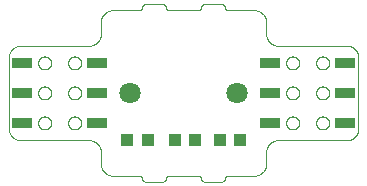
<source format=gbp>
G75*
%MOIN*%
%OFA0B0*%
%FSLAX25Y25*%
%IPPOS*%
%LPD*%
%AMOC8*
5,1,8,0,0,1.08239X$1,22.5*
%
%ADD10C,0.00000*%
%ADD11R,0.04331X0.03937*%
%ADD12R,0.07087X0.03543*%
%ADD13C,0.07087*%
D10*
X0045791Y0032012D02*
X0045915Y0032010D01*
X0046038Y0032004D01*
X0046162Y0031995D01*
X0046284Y0031981D01*
X0046407Y0031964D01*
X0046529Y0031942D01*
X0046650Y0031917D01*
X0046770Y0031888D01*
X0046889Y0031856D01*
X0047008Y0031819D01*
X0047125Y0031779D01*
X0047240Y0031736D01*
X0047355Y0031688D01*
X0047467Y0031637D01*
X0047578Y0031583D01*
X0047688Y0031525D01*
X0047795Y0031464D01*
X0047901Y0031399D01*
X0048004Y0031331D01*
X0048105Y0031260D01*
X0048204Y0031186D01*
X0048301Y0031109D01*
X0048395Y0031028D01*
X0048486Y0030945D01*
X0048575Y0030859D01*
X0048661Y0030770D01*
X0048744Y0030679D01*
X0048825Y0030585D01*
X0048902Y0030488D01*
X0048976Y0030389D01*
X0049047Y0030288D01*
X0049115Y0030185D01*
X0049180Y0030079D01*
X0049241Y0029972D01*
X0049299Y0029862D01*
X0049353Y0029751D01*
X0049404Y0029639D01*
X0049452Y0029524D01*
X0049495Y0029409D01*
X0049535Y0029292D01*
X0049572Y0029173D01*
X0049604Y0029054D01*
X0049633Y0028934D01*
X0049658Y0028813D01*
X0049680Y0028691D01*
X0049697Y0028568D01*
X0049711Y0028446D01*
X0049720Y0028322D01*
X0049726Y0028199D01*
X0049728Y0028075D01*
X0049728Y0024138D01*
X0049730Y0024014D01*
X0049736Y0023891D01*
X0049745Y0023767D01*
X0049759Y0023645D01*
X0049776Y0023522D01*
X0049798Y0023400D01*
X0049823Y0023279D01*
X0049852Y0023159D01*
X0049884Y0023040D01*
X0049921Y0022921D01*
X0049961Y0022804D01*
X0050004Y0022689D01*
X0050052Y0022574D01*
X0050103Y0022462D01*
X0050157Y0022351D01*
X0050215Y0022241D01*
X0050276Y0022134D01*
X0050341Y0022028D01*
X0050409Y0021925D01*
X0050480Y0021824D01*
X0050554Y0021725D01*
X0050631Y0021628D01*
X0050712Y0021534D01*
X0050795Y0021443D01*
X0050881Y0021354D01*
X0050970Y0021268D01*
X0051061Y0021185D01*
X0051155Y0021104D01*
X0051252Y0021027D01*
X0051351Y0020953D01*
X0051452Y0020882D01*
X0051555Y0020814D01*
X0051661Y0020749D01*
X0051768Y0020688D01*
X0051878Y0020630D01*
X0051989Y0020576D01*
X0052101Y0020525D01*
X0052216Y0020477D01*
X0052331Y0020434D01*
X0052448Y0020394D01*
X0052567Y0020357D01*
X0052686Y0020325D01*
X0052806Y0020296D01*
X0052927Y0020271D01*
X0053049Y0020249D01*
X0053172Y0020232D01*
X0053294Y0020218D01*
X0053418Y0020209D01*
X0053541Y0020203D01*
X0053665Y0020201D01*
X0062524Y0020201D01*
X0062586Y0020199D01*
X0062647Y0020193D01*
X0062708Y0020184D01*
X0062769Y0020170D01*
X0062828Y0020153D01*
X0062886Y0020132D01*
X0062943Y0020107D01*
X0062998Y0020079D01*
X0063051Y0020048D01*
X0063102Y0020013D01*
X0063151Y0019975D01*
X0063198Y0019934D01*
X0063241Y0019891D01*
X0063282Y0019844D01*
X0063320Y0019795D01*
X0063355Y0019744D01*
X0063386Y0019691D01*
X0063414Y0019636D01*
X0063439Y0019579D01*
X0063460Y0019521D01*
X0063477Y0019462D01*
X0063491Y0019401D01*
X0063500Y0019340D01*
X0063506Y0019279D01*
X0063508Y0019217D01*
X0063510Y0019155D01*
X0063516Y0019094D01*
X0063525Y0019033D01*
X0063539Y0018972D01*
X0063556Y0018913D01*
X0063577Y0018855D01*
X0063602Y0018798D01*
X0063630Y0018743D01*
X0063661Y0018690D01*
X0063696Y0018639D01*
X0063734Y0018590D01*
X0063775Y0018543D01*
X0063818Y0018500D01*
X0063865Y0018459D01*
X0063914Y0018421D01*
X0063965Y0018386D01*
X0064018Y0018355D01*
X0064073Y0018327D01*
X0064130Y0018302D01*
X0064188Y0018281D01*
X0064247Y0018264D01*
X0064308Y0018250D01*
X0064369Y0018241D01*
X0064430Y0018235D01*
X0064492Y0018233D01*
X0064492Y0018232D02*
X0070398Y0018232D01*
X0070398Y0018233D02*
X0070460Y0018235D01*
X0070521Y0018241D01*
X0070582Y0018250D01*
X0070643Y0018264D01*
X0070702Y0018281D01*
X0070760Y0018302D01*
X0070817Y0018327D01*
X0070872Y0018355D01*
X0070925Y0018386D01*
X0070976Y0018421D01*
X0071025Y0018459D01*
X0071072Y0018500D01*
X0071115Y0018543D01*
X0071156Y0018590D01*
X0071194Y0018639D01*
X0071229Y0018690D01*
X0071260Y0018743D01*
X0071288Y0018798D01*
X0071313Y0018855D01*
X0071334Y0018913D01*
X0071351Y0018972D01*
X0071365Y0019033D01*
X0071374Y0019094D01*
X0071380Y0019155D01*
X0071382Y0019217D01*
X0071384Y0019279D01*
X0071390Y0019340D01*
X0071399Y0019401D01*
X0071413Y0019462D01*
X0071430Y0019521D01*
X0071451Y0019579D01*
X0071476Y0019636D01*
X0071504Y0019691D01*
X0071535Y0019744D01*
X0071570Y0019795D01*
X0071608Y0019844D01*
X0071649Y0019891D01*
X0071692Y0019934D01*
X0071739Y0019975D01*
X0071788Y0020013D01*
X0071839Y0020048D01*
X0071892Y0020079D01*
X0071947Y0020107D01*
X0072004Y0020132D01*
X0072062Y0020153D01*
X0072121Y0020170D01*
X0072182Y0020184D01*
X0072243Y0020193D01*
X0072304Y0020199D01*
X0072366Y0020201D01*
X0082209Y0020201D01*
X0082271Y0020199D01*
X0082332Y0020193D01*
X0082393Y0020184D01*
X0082454Y0020170D01*
X0082513Y0020153D01*
X0082571Y0020132D01*
X0082628Y0020107D01*
X0082683Y0020079D01*
X0082736Y0020048D01*
X0082787Y0020013D01*
X0082836Y0019975D01*
X0082883Y0019934D01*
X0082926Y0019891D01*
X0082967Y0019844D01*
X0083005Y0019795D01*
X0083040Y0019744D01*
X0083071Y0019691D01*
X0083099Y0019636D01*
X0083124Y0019579D01*
X0083145Y0019521D01*
X0083162Y0019462D01*
X0083176Y0019401D01*
X0083185Y0019340D01*
X0083191Y0019279D01*
X0083193Y0019217D01*
X0083195Y0019155D01*
X0083201Y0019094D01*
X0083210Y0019033D01*
X0083224Y0018972D01*
X0083241Y0018913D01*
X0083262Y0018855D01*
X0083287Y0018798D01*
X0083315Y0018743D01*
X0083346Y0018690D01*
X0083381Y0018639D01*
X0083419Y0018590D01*
X0083460Y0018543D01*
X0083503Y0018500D01*
X0083550Y0018459D01*
X0083599Y0018421D01*
X0083650Y0018386D01*
X0083703Y0018355D01*
X0083758Y0018327D01*
X0083815Y0018302D01*
X0083873Y0018281D01*
X0083932Y0018264D01*
X0083993Y0018250D01*
X0084054Y0018241D01*
X0084115Y0018235D01*
X0084177Y0018233D01*
X0084177Y0018232D02*
X0090083Y0018232D01*
X0090083Y0018233D02*
X0090145Y0018235D01*
X0090206Y0018241D01*
X0090267Y0018250D01*
X0090328Y0018264D01*
X0090387Y0018281D01*
X0090445Y0018302D01*
X0090502Y0018327D01*
X0090557Y0018355D01*
X0090610Y0018386D01*
X0090661Y0018421D01*
X0090710Y0018459D01*
X0090757Y0018500D01*
X0090800Y0018543D01*
X0090841Y0018590D01*
X0090879Y0018639D01*
X0090914Y0018690D01*
X0090945Y0018743D01*
X0090973Y0018798D01*
X0090998Y0018855D01*
X0091019Y0018913D01*
X0091036Y0018972D01*
X0091050Y0019033D01*
X0091059Y0019094D01*
X0091065Y0019155D01*
X0091067Y0019217D01*
X0091069Y0019279D01*
X0091075Y0019340D01*
X0091084Y0019401D01*
X0091098Y0019462D01*
X0091115Y0019521D01*
X0091136Y0019579D01*
X0091161Y0019636D01*
X0091189Y0019691D01*
X0091220Y0019744D01*
X0091255Y0019795D01*
X0091293Y0019844D01*
X0091334Y0019891D01*
X0091377Y0019934D01*
X0091424Y0019975D01*
X0091473Y0020013D01*
X0091524Y0020048D01*
X0091577Y0020079D01*
X0091632Y0020107D01*
X0091689Y0020132D01*
X0091747Y0020153D01*
X0091806Y0020170D01*
X0091867Y0020184D01*
X0091928Y0020193D01*
X0091989Y0020199D01*
X0092051Y0020201D01*
X0100909Y0020201D01*
X0101033Y0020203D01*
X0101156Y0020209D01*
X0101280Y0020218D01*
X0101402Y0020232D01*
X0101525Y0020249D01*
X0101647Y0020271D01*
X0101768Y0020296D01*
X0101888Y0020325D01*
X0102007Y0020357D01*
X0102126Y0020394D01*
X0102243Y0020434D01*
X0102358Y0020477D01*
X0102473Y0020525D01*
X0102585Y0020576D01*
X0102696Y0020630D01*
X0102806Y0020688D01*
X0102913Y0020749D01*
X0103019Y0020814D01*
X0103122Y0020882D01*
X0103223Y0020953D01*
X0103322Y0021027D01*
X0103419Y0021104D01*
X0103513Y0021185D01*
X0103604Y0021268D01*
X0103693Y0021354D01*
X0103779Y0021443D01*
X0103862Y0021534D01*
X0103943Y0021628D01*
X0104020Y0021725D01*
X0104094Y0021824D01*
X0104165Y0021925D01*
X0104233Y0022028D01*
X0104298Y0022134D01*
X0104359Y0022241D01*
X0104417Y0022351D01*
X0104471Y0022462D01*
X0104522Y0022574D01*
X0104570Y0022689D01*
X0104613Y0022804D01*
X0104653Y0022921D01*
X0104690Y0023040D01*
X0104722Y0023159D01*
X0104751Y0023279D01*
X0104776Y0023400D01*
X0104798Y0023522D01*
X0104815Y0023645D01*
X0104829Y0023767D01*
X0104838Y0023891D01*
X0104844Y0024014D01*
X0104846Y0024138D01*
X0104846Y0028075D01*
X0104848Y0028199D01*
X0104854Y0028322D01*
X0104863Y0028446D01*
X0104877Y0028568D01*
X0104894Y0028691D01*
X0104916Y0028813D01*
X0104941Y0028934D01*
X0104970Y0029054D01*
X0105002Y0029173D01*
X0105039Y0029292D01*
X0105079Y0029409D01*
X0105122Y0029524D01*
X0105170Y0029639D01*
X0105221Y0029751D01*
X0105275Y0029862D01*
X0105333Y0029972D01*
X0105394Y0030079D01*
X0105459Y0030185D01*
X0105527Y0030288D01*
X0105598Y0030389D01*
X0105672Y0030488D01*
X0105749Y0030585D01*
X0105830Y0030679D01*
X0105913Y0030770D01*
X0105999Y0030859D01*
X0106088Y0030945D01*
X0106179Y0031028D01*
X0106273Y0031109D01*
X0106370Y0031186D01*
X0106469Y0031260D01*
X0106570Y0031331D01*
X0106673Y0031399D01*
X0106779Y0031464D01*
X0106886Y0031525D01*
X0106996Y0031583D01*
X0107107Y0031637D01*
X0107219Y0031688D01*
X0107334Y0031736D01*
X0107449Y0031779D01*
X0107566Y0031819D01*
X0107685Y0031856D01*
X0107804Y0031888D01*
X0107924Y0031917D01*
X0108045Y0031942D01*
X0108167Y0031964D01*
X0108290Y0031981D01*
X0108412Y0031995D01*
X0108536Y0032004D01*
X0108659Y0032010D01*
X0108783Y0032012D01*
X0131618Y0032012D01*
X0131742Y0032014D01*
X0131865Y0032020D01*
X0131989Y0032029D01*
X0132111Y0032043D01*
X0132234Y0032060D01*
X0132356Y0032082D01*
X0132477Y0032107D01*
X0132597Y0032136D01*
X0132716Y0032168D01*
X0132835Y0032205D01*
X0132952Y0032245D01*
X0133067Y0032288D01*
X0133182Y0032336D01*
X0133294Y0032387D01*
X0133405Y0032441D01*
X0133515Y0032499D01*
X0133622Y0032560D01*
X0133728Y0032625D01*
X0133831Y0032693D01*
X0133932Y0032764D01*
X0134031Y0032838D01*
X0134128Y0032915D01*
X0134222Y0032996D01*
X0134313Y0033079D01*
X0134402Y0033165D01*
X0134488Y0033254D01*
X0134571Y0033345D01*
X0134652Y0033439D01*
X0134729Y0033536D01*
X0134803Y0033635D01*
X0134874Y0033736D01*
X0134942Y0033839D01*
X0135007Y0033945D01*
X0135068Y0034052D01*
X0135126Y0034162D01*
X0135180Y0034273D01*
X0135231Y0034385D01*
X0135279Y0034500D01*
X0135322Y0034615D01*
X0135362Y0034732D01*
X0135399Y0034851D01*
X0135431Y0034970D01*
X0135460Y0035090D01*
X0135485Y0035211D01*
X0135507Y0035333D01*
X0135524Y0035456D01*
X0135538Y0035578D01*
X0135547Y0035702D01*
X0135553Y0035825D01*
X0135555Y0035949D01*
X0135555Y0059571D01*
X0135553Y0059695D01*
X0135547Y0059818D01*
X0135538Y0059942D01*
X0135524Y0060064D01*
X0135507Y0060187D01*
X0135485Y0060309D01*
X0135460Y0060430D01*
X0135431Y0060550D01*
X0135399Y0060669D01*
X0135362Y0060788D01*
X0135322Y0060905D01*
X0135279Y0061020D01*
X0135231Y0061135D01*
X0135180Y0061247D01*
X0135126Y0061358D01*
X0135068Y0061468D01*
X0135007Y0061575D01*
X0134942Y0061681D01*
X0134874Y0061784D01*
X0134803Y0061885D01*
X0134729Y0061984D01*
X0134652Y0062081D01*
X0134571Y0062175D01*
X0134488Y0062266D01*
X0134402Y0062355D01*
X0134313Y0062441D01*
X0134222Y0062524D01*
X0134128Y0062605D01*
X0134031Y0062682D01*
X0133932Y0062756D01*
X0133831Y0062827D01*
X0133728Y0062895D01*
X0133622Y0062960D01*
X0133515Y0063021D01*
X0133405Y0063079D01*
X0133294Y0063133D01*
X0133182Y0063184D01*
X0133067Y0063232D01*
X0132952Y0063275D01*
X0132835Y0063315D01*
X0132716Y0063352D01*
X0132597Y0063384D01*
X0132477Y0063413D01*
X0132356Y0063438D01*
X0132234Y0063460D01*
X0132111Y0063477D01*
X0131989Y0063491D01*
X0131865Y0063500D01*
X0131742Y0063506D01*
X0131618Y0063508D01*
X0108783Y0063508D01*
X0108659Y0063510D01*
X0108536Y0063516D01*
X0108412Y0063525D01*
X0108290Y0063539D01*
X0108167Y0063556D01*
X0108045Y0063578D01*
X0107924Y0063603D01*
X0107804Y0063632D01*
X0107685Y0063664D01*
X0107566Y0063701D01*
X0107449Y0063741D01*
X0107334Y0063784D01*
X0107219Y0063832D01*
X0107107Y0063883D01*
X0106996Y0063937D01*
X0106886Y0063995D01*
X0106779Y0064056D01*
X0106673Y0064121D01*
X0106570Y0064189D01*
X0106469Y0064260D01*
X0106370Y0064334D01*
X0106273Y0064411D01*
X0106179Y0064492D01*
X0106088Y0064575D01*
X0105999Y0064661D01*
X0105913Y0064750D01*
X0105830Y0064841D01*
X0105749Y0064935D01*
X0105672Y0065032D01*
X0105598Y0065131D01*
X0105527Y0065232D01*
X0105459Y0065335D01*
X0105394Y0065441D01*
X0105333Y0065548D01*
X0105275Y0065658D01*
X0105221Y0065769D01*
X0105170Y0065881D01*
X0105122Y0065996D01*
X0105079Y0066111D01*
X0105039Y0066228D01*
X0105002Y0066347D01*
X0104970Y0066466D01*
X0104941Y0066586D01*
X0104916Y0066707D01*
X0104894Y0066829D01*
X0104877Y0066952D01*
X0104863Y0067074D01*
X0104854Y0067198D01*
X0104848Y0067321D01*
X0104846Y0067445D01*
X0104846Y0071382D01*
X0104844Y0071506D01*
X0104838Y0071629D01*
X0104829Y0071753D01*
X0104815Y0071875D01*
X0104798Y0071998D01*
X0104776Y0072120D01*
X0104751Y0072241D01*
X0104722Y0072361D01*
X0104690Y0072480D01*
X0104653Y0072599D01*
X0104613Y0072716D01*
X0104570Y0072831D01*
X0104522Y0072946D01*
X0104471Y0073058D01*
X0104417Y0073169D01*
X0104359Y0073279D01*
X0104298Y0073386D01*
X0104233Y0073492D01*
X0104165Y0073595D01*
X0104094Y0073696D01*
X0104020Y0073795D01*
X0103943Y0073892D01*
X0103862Y0073986D01*
X0103779Y0074077D01*
X0103693Y0074166D01*
X0103604Y0074252D01*
X0103513Y0074335D01*
X0103419Y0074416D01*
X0103322Y0074493D01*
X0103223Y0074567D01*
X0103122Y0074638D01*
X0103019Y0074706D01*
X0102913Y0074771D01*
X0102806Y0074832D01*
X0102696Y0074890D01*
X0102585Y0074944D01*
X0102473Y0074995D01*
X0102358Y0075043D01*
X0102243Y0075086D01*
X0102126Y0075126D01*
X0102007Y0075163D01*
X0101888Y0075195D01*
X0101768Y0075224D01*
X0101647Y0075249D01*
X0101525Y0075271D01*
X0101402Y0075288D01*
X0101280Y0075302D01*
X0101156Y0075311D01*
X0101033Y0075317D01*
X0100909Y0075319D01*
X0092051Y0075319D01*
X0091989Y0075321D01*
X0091928Y0075327D01*
X0091867Y0075336D01*
X0091806Y0075350D01*
X0091747Y0075367D01*
X0091689Y0075388D01*
X0091632Y0075413D01*
X0091577Y0075441D01*
X0091524Y0075472D01*
X0091473Y0075507D01*
X0091424Y0075545D01*
X0091377Y0075586D01*
X0091334Y0075629D01*
X0091293Y0075676D01*
X0091255Y0075725D01*
X0091220Y0075776D01*
X0091189Y0075829D01*
X0091161Y0075884D01*
X0091136Y0075941D01*
X0091115Y0075999D01*
X0091098Y0076058D01*
X0091084Y0076119D01*
X0091075Y0076180D01*
X0091069Y0076241D01*
X0091067Y0076303D01*
X0091065Y0076365D01*
X0091059Y0076426D01*
X0091050Y0076487D01*
X0091036Y0076548D01*
X0091019Y0076607D01*
X0090998Y0076665D01*
X0090973Y0076722D01*
X0090945Y0076777D01*
X0090914Y0076830D01*
X0090879Y0076881D01*
X0090841Y0076930D01*
X0090800Y0076977D01*
X0090757Y0077020D01*
X0090710Y0077061D01*
X0090661Y0077099D01*
X0090610Y0077134D01*
X0090557Y0077165D01*
X0090502Y0077193D01*
X0090445Y0077218D01*
X0090387Y0077239D01*
X0090328Y0077256D01*
X0090267Y0077270D01*
X0090206Y0077279D01*
X0090145Y0077285D01*
X0090083Y0077287D01*
X0084177Y0077287D01*
X0084115Y0077285D01*
X0084054Y0077279D01*
X0083993Y0077270D01*
X0083932Y0077256D01*
X0083873Y0077239D01*
X0083815Y0077218D01*
X0083758Y0077193D01*
X0083703Y0077165D01*
X0083650Y0077134D01*
X0083599Y0077099D01*
X0083550Y0077061D01*
X0083503Y0077020D01*
X0083460Y0076977D01*
X0083419Y0076930D01*
X0083381Y0076881D01*
X0083346Y0076830D01*
X0083315Y0076777D01*
X0083287Y0076722D01*
X0083262Y0076665D01*
X0083241Y0076607D01*
X0083224Y0076548D01*
X0083210Y0076487D01*
X0083201Y0076426D01*
X0083195Y0076365D01*
X0083193Y0076303D01*
X0083191Y0076241D01*
X0083185Y0076180D01*
X0083176Y0076119D01*
X0083162Y0076058D01*
X0083145Y0075999D01*
X0083124Y0075941D01*
X0083099Y0075884D01*
X0083071Y0075829D01*
X0083040Y0075776D01*
X0083005Y0075725D01*
X0082967Y0075676D01*
X0082926Y0075629D01*
X0082883Y0075586D01*
X0082836Y0075545D01*
X0082787Y0075507D01*
X0082736Y0075472D01*
X0082683Y0075441D01*
X0082628Y0075413D01*
X0082571Y0075388D01*
X0082513Y0075367D01*
X0082454Y0075350D01*
X0082393Y0075336D01*
X0082332Y0075327D01*
X0082271Y0075321D01*
X0082209Y0075319D01*
X0072366Y0075319D01*
X0072304Y0075321D01*
X0072243Y0075327D01*
X0072182Y0075336D01*
X0072121Y0075350D01*
X0072062Y0075367D01*
X0072004Y0075388D01*
X0071947Y0075413D01*
X0071892Y0075441D01*
X0071839Y0075472D01*
X0071788Y0075507D01*
X0071739Y0075545D01*
X0071692Y0075586D01*
X0071649Y0075629D01*
X0071608Y0075676D01*
X0071570Y0075725D01*
X0071535Y0075776D01*
X0071504Y0075829D01*
X0071476Y0075884D01*
X0071451Y0075941D01*
X0071430Y0075999D01*
X0071413Y0076058D01*
X0071399Y0076119D01*
X0071390Y0076180D01*
X0071384Y0076241D01*
X0071382Y0076303D01*
X0071380Y0076365D01*
X0071374Y0076426D01*
X0071365Y0076487D01*
X0071351Y0076548D01*
X0071334Y0076607D01*
X0071313Y0076665D01*
X0071288Y0076722D01*
X0071260Y0076777D01*
X0071229Y0076830D01*
X0071194Y0076881D01*
X0071156Y0076930D01*
X0071115Y0076977D01*
X0071072Y0077020D01*
X0071025Y0077061D01*
X0070976Y0077099D01*
X0070925Y0077134D01*
X0070872Y0077165D01*
X0070817Y0077193D01*
X0070760Y0077218D01*
X0070702Y0077239D01*
X0070643Y0077256D01*
X0070582Y0077270D01*
X0070521Y0077279D01*
X0070460Y0077285D01*
X0070398Y0077287D01*
X0064492Y0077287D01*
X0064430Y0077285D01*
X0064369Y0077279D01*
X0064308Y0077270D01*
X0064247Y0077256D01*
X0064188Y0077239D01*
X0064130Y0077218D01*
X0064073Y0077193D01*
X0064018Y0077165D01*
X0063965Y0077134D01*
X0063914Y0077099D01*
X0063865Y0077061D01*
X0063818Y0077020D01*
X0063775Y0076977D01*
X0063734Y0076930D01*
X0063696Y0076881D01*
X0063661Y0076830D01*
X0063630Y0076777D01*
X0063602Y0076722D01*
X0063577Y0076665D01*
X0063556Y0076607D01*
X0063539Y0076548D01*
X0063525Y0076487D01*
X0063516Y0076426D01*
X0063510Y0076365D01*
X0063508Y0076303D01*
X0063506Y0076241D01*
X0063500Y0076180D01*
X0063491Y0076119D01*
X0063477Y0076058D01*
X0063460Y0075999D01*
X0063439Y0075941D01*
X0063414Y0075884D01*
X0063386Y0075829D01*
X0063355Y0075776D01*
X0063320Y0075725D01*
X0063282Y0075676D01*
X0063241Y0075629D01*
X0063198Y0075586D01*
X0063151Y0075545D01*
X0063102Y0075507D01*
X0063051Y0075472D01*
X0062998Y0075441D01*
X0062943Y0075413D01*
X0062886Y0075388D01*
X0062828Y0075367D01*
X0062769Y0075350D01*
X0062708Y0075336D01*
X0062647Y0075327D01*
X0062586Y0075321D01*
X0062524Y0075319D01*
X0053665Y0075319D01*
X0053541Y0075317D01*
X0053418Y0075311D01*
X0053294Y0075302D01*
X0053172Y0075288D01*
X0053049Y0075271D01*
X0052927Y0075249D01*
X0052806Y0075224D01*
X0052686Y0075195D01*
X0052567Y0075163D01*
X0052448Y0075126D01*
X0052331Y0075086D01*
X0052216Y0075043D01*
X0052101Y0074995D01*
X0051989Y0074944D01*
X0051878Y0074890D01*
X0051768Y0074832D01*
X0051661Y0074771D01*
X0051555Y0074706D01*
X0051452Y0074638D01*
X0051351Y0074567D01*
X0051252Y0074493D01*
X0051155Y0074416D01*
X0051061Y0074335D01*
X0050970Y0074252D01*
X0050881Y0074166D01*
X0050795Y0074077D01*
X0050712Y0073986D01*
X0050631Y0073892D01*
X0050554Y0073795D01*
X0050480Y0073696D01*
X0050409Y0073595D01*
X0050341Y0073492D01*
X0050276Y0073386D01*
X0050215Y0073279D01*
X0050157Y0073169D01*
X0050103Y0073058D01*
X0050052Y0072946D01*
X0050004Y0072831D01*
X0049961Y0072716D01*
X0049921Y0072599D01*
X0049884Y0072480D01*
X0049852Y0072361D01*
X0049823Y0072241D01*
X0049798Y0072120D01*
X0049776Y0071998D01*
X0049759Y0071875D01*
X0049745Y0071753D01*
X0049736Y0071629D01*
X0049730Y0071506D01*
X0049728Y0071382D01*
X0049728Y0067445D01*
X0049726Y0067321D01*
X0049720Y0067198D01*
X0049711Y0067074D01*
X0049697Y0066952D01*
X0049680Y0066829D01*
X0049658Y0066707D01*
X0049633Y0066586D01*
X0049604Y0066466D01*
X0049572Y0066347D01*
X0049535Y0066228D01*
X0049495Y0066111D01*
X0049452Y0065996D01*
X0049404Y0065881D01*
X0049353Y0065769D01*
X0049299Y0065658D01*
X0049241Y0065548D01*
X0049180Y0065441D01*
X0049115Y0065335D01*
X0049047Y0065232D01*
X0048976Y0065131D01*
X0048902Y0065032D01*
X0048825Y0064935D01*
X0048744Y0064841D01*
X0048661Y0064750D01*
X0048575Y0064661D01*
X0048486Y0064575D01*
X0048395Y0064492D01*
X0048301Y0064411D01*
X0048204Y0064334D01*
X0048105Y0064260D01*
X0048004Y0064189D01*
X0047901Y0064121D01*
X0047795Y0064056D01*
X0047688Y0063995D01*
X0047578Y0063937D01*
X0047467Y0063883D01*
X0047355Y0063832D01*
X0047240Y0063784D01*
X0047125Y0063741D01*
X0047008Y0063701D01*
X0046889Y0063664D01*
X0046770Y0063632D01*
X0046650Y0063603D01*
X0046529Y0063578D01*
X0046407Y0063556D01*
X0046284Y0063539D01*
X0046162Y0063525D01*
X0046038Y0063516D01*
X0045915Y0063510D01*
X0045791Y0063508D01*
X0022957Y0063508D01*
X0022833Y0063506D01*
X0022710Y0063500D01*
X0022586Y0063491D01*
X0022464Y0063477D01*
X0022341Y0063460D01*
X0022219Y0063438D01*
X0022098Y0063413D01*
X0021978Y0063384D01*
X0021859Y0063352D01*
X0021740Y0063315D01*
X0021623Y0063275D01*
X0021508Y0063232D01*
X0021393Y0063184D01*
X0021281Y0063133D01*
X0021170Y0063079D01*
X0021060Y0063021D01*
X0020953Y0062960D01*
X0020847Y0062895D01*
X0020744Y0062827D01*
X0020643Y0062756D01*
X0020544Y0062682D01*
X0020447Y0062605D01*
X0020353Y0062524D01*
X0020262Y0062441D01*
X0020173Y0062355D01*
X0020087Y0062266D01*
X0020004Y0062175D01*
X0019923Y0062081D01*
X0019846Y0061984D01*
X0019772Y0061885D01*
X0019701Y0061784D01*
X0019633Y0061681D01*
X0019568Y0061575D01*
X0019507Y0061468D01*
X0019449Y0061358D01*
X0019395Y0061247D01*
X0019344Y0061135D01*
X0019296Y0061020D01*
X0019253Y0060905D01*
X0019213Y0060788D01*
X0019176Y0060669D01*
X0019144Y0060550D01*
X0019115Y0060430D01*
X0019090Y0060309D01*
X0019068Y0060187D01*
X0019051Y0060064D01*
X0019037Y0059942D01*
X0019028Y0059818D01*
X0019022Y0059695D01*
X0019020Y0059571D01*
X0019020Y0035949D01*
X0019022Y0035825D01*
X0019028Y0035702D01*
X0019037Y0035578D01*
X0019051Y0035456D01*
X0019068Y0035333D01*
X0019090Y0035211D01*
X0019115Y0035090D01*
X0019144Y0034970D01*
X0019176Y0034851D01*
X0019213Y0034732D01*
X0019253Y0034615D01*
X0019296Y0034500D01*
X0019344Y0034385D01*
X0019395Y0034273D01*
X0019449Y0034162D01*
X0019507Y0034052D01*
X0019568Y0033945D01*
X0019633Y0033839D01*
X0019701Y0033736D01*
X0019772Y0033635D01*
X0019846Y0033536D01*
X0019923Y0033439D01*
X0020004Y0033345D01*
X0020087Y0033254D01*
X0020173Y0033165D01*
X0020262Y0033079D01*
X0020353Y0032996D01*
X0020447Y0032915D01*
X0020544Y0032838D01*
X0020643Y0032764D01*
X0020744Y0032693D01*
X0020847Y0032625D01*
X0020953Y0032560D01*
X0021060Y0032499D01*
X0021170Y0032441D01*
X0021281Y0032387D01*
X0021393Y0032336D01*
X0021508Y0032288D01*
X0021623Y0032245D01*
X0021740Y0032205D01*
X0021859Y0032168D01*
X0021978Y0032136D01*
X0022098Y0032107D01*
X0022219Y0032082D01*
X0022341Y0032060D01*
X0022464Y0032043D01*
X0022586Y0032029D01*
X0022710Y0032020D01*
X0022833Y0032014D01*
X0022957Y0032012D01*
X0045791Y0032012D01*
X0038784Y0037760D02*
X0038786Y0037853D01*
X0038792Y0037945D01*
X0038802Y0038037D01*
X0038816Y0038128D01*
X0038833Y0038219D01*
X0038855Y0038309D01*
X0038880Y0038398D01*
X0038909Y0038486D01*
X0038942Y0038572D01*
X0038979Y0038657D01*
X0039019Y0038741D01*
X0039063Y0038822D01*
X0039110Y0038902D01*
X0039160Y0038980D01*
X0039214Y0039055D01*
X0039271Y0039128D01*
X0039331Y0039198D01*
X0039394Y0039266D01*
X0039460Y0039331D01*
X0039528Y0039393D01*
X0039599Y0039453D01*
X0039673Y0039509D01*
X0039749Y0039562D01*
X0039827Y0039611D01*
X0039907Y0039658D01*
X0039989Y0039700D01*
X0040073Y0039740D01*
X0040158Y0039775D01*
X0040245Y0039807D01*
X0040333Y0039836D01*
X0040422Y0039860D01*
X0040512Y0039881D01*
X0040603Y0039897D01*
X0040695Y0039910D01*
X0040787Y0039919D01*
X0040880Y0039924D01*
X0040972Y0039925D01*
X0041065Y0039922D01*
X0041157Y0039915D01*
X0041249Y0039904D01*
X0041340Y0039889D01*
X0041431Y0039871D01*
X0041521Y0039848D01*
X0041609Y0039822D01*
X0041697Y0039792D01*
X0041783Y0039758D01*
X0041867Y0039721D01*
X0041950Y0039679D01*
X0042031Y0039635D01*
X0042111Y0039587D01*
X0042188Y0039536D01*
X0042262Y0039481D01*
X0042335Y0039423D01*
X0042405Y0039363D01*
X0042472Y0039299D01*
X0042536Y0039233D01*
X0042598Y0039163D01*
X0042656Y0039092D01*
X0042711Y0039018D01*
X0042763Y0038941D01*
X0042812Y0038862D01*
X0042858Y0038782D01*
X0042900Y0038699D01*
X0042938Y0038615D01*
X0042973Y0038529D01*
X0043004Y0038442D01*
X0043031Y0038354D01*
X0043054Y0038264D01*
X0043074Y0038174D01*
X0043090Y0038083D01*
X0043102Y0037991D01*
X0043110Y0037899D01*
X0043114Y0037806D01*
X0043114Y0037714D01*
X0043110Y0037621D01*
X0043102Y0037529D01*
X0043090Y0037437D01*
X0043074Y0037346D01*
X0043054Y0037256D01*
X0043031Y0037166D01*
X0043004Y0037078D01*
X0042973Y0036991D01*
X0042938Y0036905D01*
X0042900Y0036821D01*
X0042858Y0036738D01*
X0042812Y0036658D01*
X0042763Y0036579D01*
X0042711Y0036502D01*
X0042656Y0036428D01*
X0042598Y0036357D01*
X0042536Y0036287D01*
X0042472Y0036221D01*
X0042405Y0036157D01*
X0042335Y0036097D01*
X0042262Y0036039D01*
X0042188Y0035984D01*
X0042111Y0035933D01*
X0042032Y0035885D01*
X0041950Y0035841D01*
X0041867Y0035799D01*
X0041783Y0035762D01*
X0041697Y0035728D01*
X0041609Y0035698D01*
X0041521Y0035672D01*
X0041431Y0035649D01*
X0041340Y0035631D01*
X0041249Y0035616D01*
X0041157Y0035605D01*
X0041065Y0035598D01*
X0040972Y0035595D01*
X0040880Y0035596D01*
X0040787Y0035601D01*
X0040695Y0035610D01*
X0040603Y0035623D01*
X0040512Y0035639D01*
X0040422Y0035660D01*
X0040333Y0035684D01*
X0040245Y0035713D01*
X0040158Y0035745D01*
X0040073Y0035780D01*
X0039989Y0035820D01*
X0039907Y0035862D01*
X0039827Y0035909D01*
X0039749Y0035958D01*
X0039673Y0036011D01*
X0039599Y0036067D01*
X0039528Y0036127D01*
X0039460Y0036189D01*
X0039394Y0036254D01*
X0039331Y0036322D01*
X0039271Y0036392D01*
X0039214Y0036465D01*
X0039160Y0036540D01*
X0039110Y0036618D01*
X0039063Y0036698D01*
X0039019Y0036779D01*
X0038979Y0036863D01*
X0038942Y0036948D01*
X0038909Y0037034D01*
X0038880Y0037122D01*
X0038855Y0037211D01*
X0038833Y0037301D01*
X0038816Y0037392D01*
X0038802Y0037483D01*
X0038792Y0037575D01*
X0038786Y0037667D01*
X0038784Y0037760D01*
X0028784Y0037760D02*
X0028786Y0037853D01*
X0028792Y0037945D01*
X0028802Y0038037D01*
X0028816Y0038128D01*
X0028833Y0038219D01*
X0028855Y0038309D01*
X0028880Y0038398D01*
X0028909Y0038486D01*
X0028942Y0038572D01*
X0028979Y0038657D01*
X0029019Y0038741D01*
X0029063Y0038822D01*
X0029110Y0038902D01*
X0029160Y0038980D01*
X0029214Y0039055D01*
X0029271Y0039128D01*
X0029331Y0039198D01*
X0029394Y0039266D01*
X0029460Y0039331D01*
X0029528Y0039393D01*
X0029599Y0039453D01*
X0029673Y0039509D01*
X0029749Y0039562D01*
X0029827Y0039611D01*
X0029907Y0039658D01*
X0029989Y0039700D01*
X0030073Y0039740D01*
X0030158Y0039775D01*
X0030245Y0039807D01*
X0030333Y0039836D01*
X0030422Y0039860D01*
X0030512Y0039881D01*
X0030603Y0039897D01*
X0030695Y0039910D01*
X0030787Y0039919D01*
X0030880Y0039924D01*
X0030972Y0039925D01*
X0031065Y0039922D01*
X0031157Y0039915D01*
X0031249Y0039904D01*
X0031340Y0039889D01*
X0031431Y0039871D01*
X0031521Y0039848D01*
X0031609Y0039822D01*
X0031697Y0039792D01*
X0031783Y0039758D01*
X0031867Y0039721D01*
X0031950Y0039679D01*
X0032031Y0039635D01*
X0032111Y0039587D01*
X0032188Y0039536D01*
X0032262Y0039481D01*
X0032335Y0039423D01*
X0032405Y0039363D01*
X0032472Y0039299D01*
X0032536Y0039233D01*
X0032598Y0039163D01*
X0032656Y0039092D01*
X0032711Y0039018D01*
X0032763Y0038941D01*
X0032812Y0038862D01*
X0032858Y0038782D01*
X0032900Y0038699D01*
X0032938Y0038615D01*
X0032973Y0038529D01*
X0033004Y0038442D01*
X0033031Y0038354D01*
X0033054Y0038264D01*
X0033074Y0038174D01*
X0033090Y0038083D01*
X0033102Y0037991D01*
X0033110Y0037899D01*
X0033114Y0037806D01*
X0033114Y0037714D01*
X0033110Y0037621D01*
X0033102Y0037529D01*
X0033090Y0037437D01*
X0033074Y0037346D01*
X0033054Y0037256D01*
X0033031Y0037166D01*
X0033004Y0037078D01*
X0032973Y0036991D01*
X0032938Y0036905D01*
X0032900Y0036821D01*
X0032858Y0036738D01*
X0032812Y0036658D01*
X0032763Y0036579D01*
X0032711Y0036502D01*
X0032656Y0036428D01*
X0032598Y0036357D01*
X0032536Y0036287D01*
X0032472Y0036221D01*
X0032405Y0036157D01*
X0032335Y0036097D01*
X0032262Y0036039D01*
X0032188Y0035984D01*
X0032111Y0035933D01*
X0032032Y0035885D01*
X0031950Y0035841D01*
X0031867Y0035799D01*
X0031783Y0035762D01*
X0031697Y0035728D01*
X0031609Y0035698D01*
X0031521Y0035672D01*
X0031431Y0035649D01*
X0031340Y0035631D01*
X0031249Y0035616D01*
X0031157Y0035605D01*
X0031065Y0035598D01*
X0030972Y0035595D01*
X0030880Y0035596D01*
X0030787Y0035601D01*
X0030695Y0035610D01*
X0030603Y0035623D01*
X0030512Y0035639D01*
X0030422Y0035660D01*
X0030333Y0035684D01*
X0030245Y0035713D01*
X0030158Y0035745D01*
X0030073Y0035780D01*
X0029989Y0035820D01*
X0029907Y0035862D01*
X0029827Y0035909D01*
X0029749Y0035958D01*
X0029673Y0036011D01*
X0029599Y0036067D01*
X0029528Y0036127D01*
X0029460Y0036189D01*
X0029394Y0036254D01*
X0029331Y0036322D01*
X0029271Y0036392D01*
X0029214Y0036465D01*
X0029160Y0036540D01*
X0029110Y0036618D01*
X0029063Y0036698D01*
X0029019Y0036779D01*
X0028979Y0036863D01*
X0028942Y0036948D01*
X0028909Y0037034D01*
X0028880Y0037122D01*
X0028855Y0037211D01*
X0028833Y0037301D01*
X0028816Y0037392D01*
X0028802Y0037483D01*
X0028792Y0037575D01*
X0028786Y0037667D01*
X0028784Y0037760D01*
X0028784Y0047760D02*
X0028786Y0047853D01*
X0028792Y0047945D01*
X0028802Y0048037D01*
X0028816Y0048128D01*
X0028833Y0048219D01*
X0028855Y0048309D01*
X0028880Y0048398D01*
X0028909Y0048486D01*
X0028942Y0048572D01*
X0028979Y0048657D01*
X0029019Y0048741D01*
X0029063Y0048822D01*
X0029110Y0048902D01*
X0029160Y0048980D01*
X0029214Y0049055D01*
X0029271Y0049128D01*
X0029331Y0049198D01*
X0029394Y0049266D01*
X0029460Y0049331D01*
X0029528Y0049393D01*
X0029599Y0049453D01*
X0029673Y0049509D01*
X0029749Y0049562D01*
X0029827Y0049611D01*
X0029907Y0049658D01*
X0029989Y0049700D01*
X0030073Y0049740D01*
X0030158Y0049775D01*
X0030245Y0049807D01*
X0030333Y0049836D01*
X0030422Y0049860D01*
X0030512Y0049881D01*
X0030603Y0049897D01*
X0030695Y0049910D01*
X0030787Y0049919D01*
X0030880Y0049924D01*
X0030972Y0049925D01*
X0031065Y0049922D01*
X0031157Y0049915D01*
X0031249Y0049904D01*
X0031340Y0049889D01*
X0031431Y0049871D01*
X0031521Y0049848D01*
X0031609Y0049822D01*
X0031697Y0049792D01*
X0031783Y0049758D01*
X0031867Y0049721D01*
X0031950Y0049679D01*
X0032031Y0049635D01*
X0032111Y0049587D01*
X0032188Y0049536D01*
X0032262Y0049481D01*
X0032335Y0049423D01*
X0032405Y0049363D01*
X0032472Y0049299D01*
X0032536Y0049233D01*
X0032598Y0049163D01*
X0032656Y0049092D01*
X0032711Y0049018D01*
X0032763Y0048941D01*
X0032812Y0048862D01*
X0032858Y0048782D01*
X0032900Y0048699D01*
X0032938Y0048615D01*
X0032973Y0048529D01*
X0033004Y0048442D01*
X0033031Y0048354D01*
X0033054Y0048264D01*
X0033074Y0048174D01*
X0033090Y0048083D01*
X0033102Y0047991D01*
X0033110Y0047899D01*
X0033114Y0047806D01*
X0033114Y0047714D01*
X0033110Y0047621D01*
X0033102Y0047529D01*
X0033090Y0047437D01*
X0033074Y0047346D01*
X0033054Y0047256D01*
X0033031Y0047166D01*
X0033004Y0047078D01*
X0032973Y0046991D01*
X0032938Y0046905D01*
X0032900Y0046821D01*
X0032858Y0046738D01*
X0032812Y0046658D01*
X0032763Y0046579D01*
X0032711Y0046502D01*
X0032656Y0046428D01*
X0032598Y0046357D01*
X0032536Y0046287D01*
X0032472Y0046221D01*
X0032405Y0046157D01*
X0032335Y0046097D01*
X0032262Y0046039D01*
X0032188Y0045984D01*
X0032111Y0045933D01*
X0032032Y0045885D01*
X0031950Y0045841D01*
X0031867Y0045799D01*
X0031783Y0045762D01*
X0031697Y0045728D01*
X0031609Y0045698D01*
X0031521Y0045672D01*
X0031431Y0045649D01*
X0031340Y0045631D01*
X0031249Y0045616D01*
X0031157Y0045605D01*
X0031065Y0045598D01*
X0030972Y0045595D01*
X0030880Y0045596D01*
X0030787Y0045601D01*
X0030695Y0045610D01*
X0030603Y0045623D01*
X0030512Y0045639D01*
X0030422Y0045660D01*
X0030333Y0045684D01*
X0030245Y0045713D01*
X0030158Y0045745D01*
X0030073Y0045780D01*
X0029989Y0045820D01*
X0029907Y0045862D01*
X0029827Y0045909D01*
X0029749Y0045958D01*
X0029673Y0046011D01*
X0029599Y0046067D01*
X0029528Y0046127D01*
X0029460Y0046189D01*
X0029394Y0046254D01*
X0029331Y0046322D01*
X0029271Y0046392D01*
X0029214Y0046465D01*
X0029160Y0046540D01*
X0029110Y0046618D01*
X0029063Y0046698D01*
X0029019Y0046779D01*
X0028979Y0046863D01*
X0028942Y0046948D01*
X0028909Y0047034D01*
X0028880Y0047122D01*
X0028855Y0047211D01*
X0028833Y0047301D01*
X0028816Y0047392D01*
X0028802Y0047483D01*
X0028792Y0047575D01*
X0028786Y0047667D01*
X0028784Y0047760D01*
X0038784Y0047760D02*
X0038786Y0047853D01*
X0038792Y0047945D01*
X0038802Y0048037D01*
X0038816Y0048128D01*
X0038833Y0048219D01*
X0038855Y0048309D01*
X0038880Y0048398D01*
X0038909Y0048486D01*
X0038942Y0048572D01*
X0038979Y0048657D01*
X0039019Y0048741D01*
X0039063Y0048822D01*
X0039110Y0048902D01*
X0039160Y0048980D01*
X0039214Y0049055D01*
X0039271Y0049128D01*
X0039331Y0049198D01*
X0039394Y0049266D01*
X0039460Y0049331D01*
X0039528Y0049393D01*
X0039599Y0049453D01*
X0039673Y0049509D01*
X0039749Y0049562D01*
X0039827Y0049611D01*
X0039907Y0049658D01*
X0039989Y0049700D01*
X0040073Y0049740D01*
X0040158Y0049775D01*
X0040245Y0049807D01*
X0040333Y0049836D01*
X0040422Y0049860D01*
X0040512Y0049881D01*
X0040603Y0049897D01*
X0040695Y0049910D01*
X0040787Y0049919D01*
X0040880Y0049924D01*
X0040972Y0049925D01*
X0041065Y0049922D01*
X0041157Y0049915D01*
X0041249Y0049904D01*
X0041340Y0049889D01*
X0041431Y0049871D01*
X0041521Y0049848D01*
X0041609Y0049822D01*
X0041697Y0049792D01*
X0041783Y0049758D01*
X0041867Y0049721D01*
X0041950Y0049679D01*
X0042031Y0049635D01*
X0042111Y0049587D01*
X0042188Y0049536D01*
X0042262Y0049481D01*
X0042335Y0049423D01*
X0042405Y0049363D01*
X0042472Y0049299D01*
X0042536Y0049233D01*
X0042598Y0049163D01*
X0042656Y0049092D01*
X0042711Y0049018D01*
X0042763Y0048941D01*
X0042812Y0048862D01*
X0042858Y0048782D01*
X0042900Y0048699D01*
X0042938Y0048615D01*
X0042973Y0048529D01*
X0043004Y0048442D01*
X0043031Y0048354D01*
X0043054Y0048264D01*
X0043074Y0048174D01*
X0043090Y0048083D01*
X0043102Y0047991D01*
X0043110Y0047899D01*
X0043114Y0047806D01*
X0043114Y0047714D01*
X0043110Y0047621D01*
X0043102Y0047529D01*
X0043090Y0047437D01*
X0043074Y0047346D01*
X0043054Y0047256D01*
X0043031Y0047166D01*
X0043004Y0047078D01*
X0042973Y0046991D01*
X0042938Y0046905D01*
X0042900Y0046821D01*
X0042858Y0046738D01*
X0042812Y0046658D01*
X0042763Y0046579D01*
X0042711Y0046502D01*
X0042656Y0046428D01*
X0042598Y0046357D01*
X0042536Y0046287D01*
X0042472Y0046221D01*
X0042405Y0046157D01*
X0042335Y0046097D01*
X0042262Y0046039D01*
X0042188Y0045984D01*
X0042111Y0045933D01*
X0042032Y0045885D01*
X0041950Y0045841D01*
X0041867Y0045799D01*
X0041783Y0045762D01*
X0041697Y0045728D01*
X0041609Y0045698D01*
X0041521Y0045672D01*
X0041431Y0045649D01*
X0041340Y0045631D01*
X0041249Y0045616D01*
X0041157Y0045605D01*
X0041065Y0045598D01*
X0040972Y0045595D01*
X0040880Y0045596D01*
X0040787Y0045601D01*
X0040695Y0045610D01*
X0040603Y0045623D01*
X0040512Y0045639D01*
X0040422Y0045660D01*
X0040333Y0045684D01*
X0040245Y0045713D01*
X0040158Y0045745D01*
X0040073Y0045780D01*
X0039989Y0045820D01*
X0039907Y0045862D01*
X0039827Y0045909D01*
X0039749Y0045958D01*
X0039673Y0046011D01*
X0039599Y0046067D01*
X0039528Y0046127D01*
X0039460Y0046189D01*
X0039394Y0046254D01*
X0039331Y0046322D01*
X0039271Y0046392D01*
X0039214Y0046465D01*
X0039160Y0046540D01*
X0039110Y0046618D01*
X0039063Y0046698D01*
X0039019Y0046779D01*
X0038979Y0046863D01*
X0038942Y0046948D01*
X0038909Y0047034D01*
X0038880Y0047122D01*
X0038855Y0047211D01*
X0038833Y0047301D01*
X0038816Y0047392D01*
X0038802Y0047483D01*
X0038792Y0047575D01*
X0038786Y0047667D01*
X0038784Y0047760D01*
X0038784Y0057760D02*
X0038786Y0057853D01*
X0038792Y0057945D01*
X0038802Y0058037D01*
X0038816Y0058128D01*
X0038833Y0058219D01*
X0038855Y0058309D01*
X0038880Y0058398D01*
X0038909Y0058486D01*
X0038942Y0058572D01*
X0038979Y0058657D01*
X0039019Y0058741D01*
X0039063Y0058822D01*
X0039110Y0058902D01*
X0039160Y0058980D01*
X0039214Y0059055D01*
X0039271Y0059128D01*
X0039331Y0059198D01*
X0039394Y0059266D01*
X0039460Y0059331D01*
X0039528Y0059393D01*
X0039599Y0059453D01*
X0039673Y0059509D01*
X0039749Y0059562D01*
X0039827Y0059611D01*
X0039907Y0059658D01*
X0039989Y0059700D01*
X0040073Y0059740D01*
X0040158Y0059775D01*
X0040245Y0059807D01*
X0040333Y0059836D01*
X0040422Y0059860D01*
X0040512Y0059881D01*
X0040603Y0059897D01*
X0040695Y0059910D01*
X0040787Y0059919D01*
X0040880Y0059924D01*
X0040972Y0059925D01*
X0041065Y0059922D01*
X0041157Y0059915D01*
X0041249Y0059904D01*
X0041340Y0059889D01*
X0041431Y0059871D01*
X0041521Y0059848D01*
X0041609Y0059822D01*
X0041697Y0059792D01*
X0041783Y0059758D01*
X0041867Y0059721D01*
X0041950Y0059679D01*
X0042031Y0059635D01*
X0042111Y0059587D01*
X0042188Y0059536D01*
X0042262Y0059481D01*
X0042335Y0059423D01*
X0042405Y0059363D01*
X0042472Y0059299D01*
X0042536Y0059233D01*
X0042598Y0059163D01*
X0042656Y0059092D01*
X0042711Y0059018D01*
X0042763Y0058941D01*
X0042812Y0058862D01*
X0042858Y0058782D01*
X0042900Y0058699D01*
X0042938Y0058615D01*
X0042973Y0058529D01*
X0043004Y0058442D01*
X0043031Y0058354D01*
X0043054Y0058264D01*
X0043074Y0058174D01*
X0043090Y0058083D01*
X0043102Y0057991D01*
X0043110Y0057899D01*
X0043114Y0057806D01*
X0043114Y0057714D01*
X0043110Y0057621D01*
X0043102Y0057529D01*
X0043090Y0057437D01*
X0043074Y0057346D01*
X0043054Y0057256D01*
X0043031Y0057166D01*
X0043004Y0057078D01*
X0042973Y0056991D01*
X0042938Y0056905D01*
X0042900Y0056821D01*
X0042858Y0056738D01*
X0042812Y0056658D01*
X0042763Y0056579D01*
X0042711Y0056502D01*
X0042656Y0056428D01*
X0042598Y0056357D01*
X0042536Y0056287D01*
X0042472Y0056221D01*
X0042405Y0056157D01*
X0042335Y0056097D01*
X0042262Y0056039D01*
X0042188Y0055984D01*
X0042111Y0055933D01*
X0042032Y0055885D01*
X0041950Y0055841D01*
X0041867Y0055799D01*
X0041783Y0055762D01*
X0041697Y0055728D01*
X0041609Y0055698D01*
X0041521Y0055672D01*
X0041431Y0055649D01*
X0041340Y0055631D01*
X0041249Y0055616D01*
X0041157Y0055605D01*
X0041065Y0055598D01*
X0040972Y0055595D01*
X0040880Y0055596D01*
X0040787Y0055601D01*
X0040695Y0055610D01*
X0040603Y0055623D01*
X0040512Y0055639D01*
X0040422Y0055660D01*
X0040333Y0055684D01*
X0040245Y0055713D01*
X0040158Y0055745D01*
X0040073Y0055780D01*
X0039989Y0055820D01*
X0039907Y0055862D01*
X0039827Y0055909D01*
X0039749Y0055958D01*
X0039673Y0056011D01*
X0039599Y0056067D01*
X0039528Y0056127D01*
X0039460Y0056189D01*
X0039394Y0056254D01*
X0039331Y0056322D01*
X0039271Y0056392D01*
X0039214Y0056465D01*
X0039160Y0056540D01*
X0039110Y0056618D01*
X0039063Y0056698D01*
X0039019Y0056779D01*
X0038979Y0056863D01*
X0038942Y0056948D01*
X0038909Y0057034D01*
X0038880Y0057122D01*
X0038855Y0057211D01*
X0038833Y0057301D01*
X0038816Y0057392D01*
X0038802Y0057483D01*
X0038792Y0057575D01*
X0038786Y0057667D01*
X0038784Y0057760D01*
X0028784Y0057760D02*
X0028786Y0057853D01*
X0028792Y0057945D01*
X0028802Y0058037D01*
X0028816Y0058128D01*
X0028833Y0058219D01*
X0028855Y0058309D01*
X0028880Y0058398D01*
X0028909Y0058486D01*
X0028942Y0058572D01*
X0028979Y0058657D01*
X0029019Y0058741D01*
X0029063Y0058822D01*
X0029110Y0058902D01*
X0029160Y0058980D01*
X0029214Y0059055D01*
X0029271Y0059128D01*
X0029331Y0059198D01*
X0029394Y0059266D01*
X0029460Y0059331D01*
X0029528Y0059393D01*
X0029599Y0059453D01*
X0029673Y0059509D01*
X0029749Y0059562D01*
X0029827Y0059611D01*
X0029907Y0059658D01*
X0029989Y0059700D01*
X0030073Y0059740D01*
X0030158Y0059775D01*
X0030245Y0059807D01*
X0030333Y0059836D01*
X0030422Y0059860D01*
X0030512Y0059881D01*
X0030603Y0059897D01*
X0030695Y0059910D01*
X0030787Y0059919D01*
X0030880Y0059924D01*
X0030972Y0059925D01*
X0031065Y0059922D01*
X0031157Y0059915D01*
X0031249Y0059904D01*
X0031340Y0059889D01*
X0031431Y0059871D01*
X0031521Y0059848D01*
X0031609Y0059822D01*
X0031697Y0059792D01*
X0031783Y0059758D01*
X0031867Y0059721D01*
X0031950Y0059679D01*
X0032031Y0059635D01*
X0032111Y0059587D01*
X0032188Y0059536D01*
X0032262Y0059481D01*
X0032335Y0059423D01*
X0032405Y0059363D01*
X0032472Y0059299D01*
X0032536Y0059233D01*
X0032598Y0059163D01*
X0032656Y0059092D01*
X0032711Y0059018D01*
X0032763Y0058941D01*
X0032812Y0058862D01*
X0032858Y0058782D01*
X0032900Y0058699D01*
X0032938Y0058615D01*
X0032973Y0058529D01*
X0033004Y0058442D01*
X0033031Y0058354D01*
X0033054Y0058264D01*
X0033074Y0058174D01*
X0033090Y0058083D01*
X0033102Y0057991D01*
X0033110Y0057899D01*
X0033114Y0057806D01*
X0033114Y0057714D01*
X0033110Y0057621D01*
X0033102Y0057529D01*
X0033090Y0057437D01*
X0033074Y0057346D01*
X0033054Y0057256D01*
X0033031Y0057166D01*
X0033004Y0057078D01*
X0032973Y0056991D01*
X0032938Y0056905D01*
X0032900Y0056821D01*
X0032858Y0056738D01*
X0032812Y0056658D01*
X0032763Y0056579D01*
X0032711Y0056502D01*
X0032656Y0056428D01*
X0032598Y0056357D01*
X0032536Y0056287D01*
X0032472Y0056221D01*
X0032405Y0056157D01*
X0032335Y0056097D01*
X0032262Y0056039D01*
X0032188Y0055984D01*
X0032111Y0055933D01*
X0032032Y0055885D01*
X0031950Y0055841D01*
X0031867Y0055799D01*
X0031783Y0055762D01*
X0031697Y0055728D01*
X0031609Y0055698D01*
X0031521Y0055672D01*
X0031431Y0055649D01*
X0031340Y0055631D01*
X0031249Y0055616D01*
X0031157Y0055605D01*
X0031065Y0055598D01*
X0030972Y0055595D01*
X0030880Y0055596D01*
X0030787Y0055601D01*
X0030695Y0055610D01*
X0030603Y0055623D01*
X0030512Y0055639D01*
X0030422Y0055660D01*
X0030333Y0055684D01*
X0030245Y0055713D01*
X0030158Y0055745D01*
X0030073Y0055780D01*
X0029989Y0055820D01*
X0029907Y0055862D01*
X0029827Y0055909D01*
X0029749Y0055958D01*
X0029673Y0056011D01*
X0029599Y0056067D01*
X0029528Y0056127D01*
X0029460Y0056189D01*
X0029394Y0056254D01*
X0029331Y0056322D01*
X0029271Y0056392D01*
X0029214Y0056465D01*
X0029160Y0056540D01*
X0029110Y0056618D01*
X0029063Y0056698D01*
X0029019Y0056779D01*
X0028979Y0056863D01*
X0028942Y0056948D01*
X0028909Y0057034D01*
X0028880Y0057122D01*
X0028855Y0057211D01*
X0028833Y0057301D01*
X0028816Y0057392D01*
X0028802Y0057483D01*
X0028792Y0057575D01*
X0028786Y0057667D01*
X0028784Y0057760D01*
X0111461Y0057760D02*
X0111463Y0057853D01*
X0111469Y0057945D01*
X0111479Y0058037D01*
X0111493Y0058128D01*
X0111510Y0058219D01*
X0111532Y0058309D01*
X0111557Y0058398D01*
X0111586Y0058486D01*
X0111619Y0058572D01*
X0111656Y0058657D01*
X0111696Y0058741D01*
X0111740Y0058822D01*
X0111787Y0058902D01*
X0111837Y0058980D01*
X0111891Y0059055D01*
X0111948Y0059128D01*
X0112008Y0059198D01*
X0112071Y0059266D01*
X0112137Y0059331D01*
X0112205Y0059393D01*
X0112276Y0059453D01*
X0112350Y0059509D01*
X0112426Y0059562D01*
X0112504Y0059611D01*
X0112584Y0059658D01*
X0112666Y0059700D01*
X0112750Y0059740D01*
X0112835Y0059775D01*
X0112922Y0059807D01*
X0113010Y0059836D01*
X0113099Y0059860D01*
X0113189Y0059881D01*
X0113280Y0059897D01*
X0113372Y0059910D01*
X0113464Y0059919D01*
X0113557Y0059924D01*
X0113649Y0059925D01*
X0113742Y0059922D01*
X0113834Y0059915D01*
X0113926Y0059904D01*
X0114017Y0059889D01*
X0114108Y0059871D01*
X0114198Y0059848D01*
X0114286Y0059822D01*
X0114374Y0059792D01*
X0114460Y0059758D01*
X0114544Y0059721D01*
X0114627Y0059679D01*
X0114708Y0059635D01*
X0114788Y0059587D01*
X0114865Y0059536D01*
X0114939Y0059481D01*
X0115012Y0059423D01*
X0115082Y0059363D01*
X0115149Y0059299D01*
X0115213Y0059233D01*
X0115275Y0059163D01*
X0115333Y0059092D01*
X0115388Y0059018D01*
X0115440Y0058941D01*
X0115489Y0058862D01*
X0115535Y0058782D01*
X0115577Y0058699D01*
X0115615Y0058615D01*
X0115650Y0058529D01*
X0115681Y0058442D01*
X0115708Y0058354D01*
X0115731Y0058264D01*
X0115751Y0058174D01*
X0115767Y0058083D01*
X0115779Y0057991D01*
X0115787Y0057899D01*
X0115791Y0057806D01*
X0115791Y0057714D01*
X0115787Y0057621D01*
X0115779Y0057529D01*
X0115767Y0057437D01*
X0115751Y0057346D01*
X0115731Y0057256D01*
X0115708Y0057166D01*
X0115681Y0057078D01*
X0115650Y0056991D01*
X0115615Y0056905D01*
X0115577Y0056821D01*
X0115535Y0056738D01*
X0115489Y0056658D01*
X0115440Y0056579D01*
X0115388Y0056502D01*
X0115333Y0056428D01*
X0115275Y0056357D01*
X0115213Y0056287D01*
X0115149Y0056221D01*
X0115082Y0056157D01*
X0115012Y0056097D01*
X0114939Y0056039D01*
X0114865Y0055984D01*
X0114788Y0055933D01*
X0114709Y0055885D01*
X0114627Y0055841D01*
X0114544Y0055799D01*
X0114460Y0055762D01*
X0114374Y0055728D01*
X0114286Y0055698D01*
X0114198Y0055672D01*
X0114108Y0055649D01*
X0114017Y0055631D01*
X0113926Y0055616D01*
X0113834Y0055605D01*
X0113742Y0055598D01*
X0113649Y0055595D01*
X0113557Y0055596D01*
X0113464Y0055601D01*
X0113372Y0055610D01*
X0113280Y0055623D01*
X0113189Y0055639D01*
X0113099Y0055660D01*
X0113010Y0055684D01*
X0112922Y0055713D01*
X0112835Y0055745D01*
X0112750Y0055780D01*
X0112666Y0055820D01*
X0112584Y0055862D01*
X0112504Y0055909D01*
X0112426Y0055958D01*
X0112350Y0056011D01*
X0112276Y0056067D01*
X0112205Y0056127D01*
X0112137Y0056189D01*
X0112071Y0056254D01*
X0112008Y0056322D01*
X0111948Y0056392D01*
X0111891Y0056465D01*
X0111837Y0056540D01*
X0111787Y0056618D01*
X0111740Y0056698D01*
X0111696Y0056779D01*
X0111656Y0056863D01*
X0111619Y0056948D01*
X0111586Y0057034D01*
X0111557Y0057122D01*
X0111532Y0057211D01*
X0111510Y0057301D01*
X0111493Y0057392D01*
X0111479Y0057483D01*
X0111469Y0057575D01*
X0111463Y0057667D01*
X0111461Y0057760D01*
X0121461Y0057760D02*
X0121463Y0057853D01*
X0121469Y0057945D01*
X0121479Y0058037D01*
X0121493Y0058128D01*
X0121510Y0058219D01*
X0121532Y0058309D01*
X0121557Y0058398D01*
X0121586Y0058486D01*
X0121619Y0058572D01*
X0121656Y0058657D01*
X0121696Y0058741D01*
X0121740Y0058822D01*
X0121787Y0058902D01*
X0121837Y0058980D01*
X0121891Y0059055D01*
X0121948Y0059128D01*
X0122008Y0059198D01*
X0122071Y0059266D01*
X0122137Y0059331D01*
X0122205Y0059393D01*
X0122276Y0059453D01*
X0122350Y0059509D01*
X0122426Y0059562D01*
X0122504Y0059611D01*
X0122584Y0059658D01*
X0122666Y0059700D01*
X0122750Y0059740D01*
X0122835Y0059775D01*
X0122922Y0059807D01*
X0123010Y0059836D01*
X0123099Y0059860D01*
X0123189Y0059881D01*
X0123280Y0059897D01*
X0123372Y0059910D01*
X0123464Y0059919D01*
X0123557Y0059924D01*
X0123649Y0059925D01*
X0123742Y0059922D01*
X0123834Y0059915D01*
X0123926Y0059904D01*
X0124017Y0059889D01*
X0124108Y0059871D01*
X0124198Y0059848D01*
X0124286Y0059822D01*
X0124374Y0059792D01*
X0124460Y0059758D01*
X0124544Y0059721D01*
X0124627Y0059679D01*
X0124708Y0059635D01*
X0124788Y0059587D01*
X0124865Y0059536D01*
X0124939Y0059481D01*
X0125012Y0059423D01*
X0125082Y0059363D01*
X0125149Y0059299D01*
X0125213Y0059233D01*
X0125275Y0059163D01*
X0125333Y0059092D01*
X0125388Y0059018D01*
X0125440Y0058941D01*
X0125489Y0058862D01*
X0125535Y0058782D01*
X0125577Y0058699D01*
X0125615Y0058615D01*
X0125650Y0058529D01*
X0125681Y0058442D01*
X0125708Y0058354D01*
X0125731Y0058264D01*
X0125751Y0058174D01*
X0125767Y0058083D01*
X0125779Y0057991D01*
X0125787Y0057899D01*
X0125791Y0057806D01*
X0125791Y0057714D01*
X0125787Y0057621D01*
X0125779Y0057529D01*
X0125767Y0057437D01*
X0125751Y0057346D01*
X0125731Y0057256D01*
X0125708Y0057166D01*
X0125681Y0057078D01*
X0125650Y0056991D01*
X0125615Y0056905D01*
X0125577Y0056821D01*
X0125535Y0056738D01*
X0125489Y0056658D01*
X0125440Y0056579D01*
X0125388Y0056502D01*
X0125333Y0056428D01*
X0125275Y0056357D01*
X0125213Y0056287D01*
X0125149Y0056221D01*
X0125082Y0056157D01*
X0125012Y0056097D01*
X0124939Y0056039D01*
X0124865Y0055984D01*
X0124788Y0055933D01*
X0124709Y0055885D01*
X0124627Y0055841D01*
X0124544Y0055799D01*
X0124460Y0055762D01*
X0124374Y0055728D01*
X0124286Y0055698D01*
X0124198Y0055672D01*
X0124108Y0055649D01*
X0124017Y0055631D01*
X0123926Y0055616D01*
X0123834Y0055605D01*
X0123742Y0055598D01*
X0123649Y0055595D01*
X0123557Y0055596D01*
X0123464Y0055601D01*
X0123372Y0055610D01*
X0123280Y0055623D01*
X0123189Y0055639D01*
X0123099Y0055660D01*
X0123010Y0055684D01*
X0122922Y0055713D01*
X0122835Y0055745D01*
X0122750Y0055780D01*
X0122666Y0055820D01*
X0122584Y0055862D01*
X0122504Y0055909D01*
X0122426Y0055958D01*
X0122350Y0056011D01*
X0122276Y0056067D01*
X0122205Y0056127D01*
X0122137Y0056189D01*
X0122071Y0056254D01*
X0122008Y0056322D01*
X0121948Y0056392D01*
X0121891Y0056465D01*
X0121837Y0056540D01*
X0121787Y0056618D01*
X0121740Y0056698D01*
X0121696Y0056779D01*
X0121656Y0056863D01*
X0121619Y0056948D01*
X0121586Y0057034D01*
X0121557Y0057122D01*
X0121532Y0057211D01*
X0121510Y0057301D01*
X0121493Y0057392D01*
X0121479Y0057483D01*
X0121469Y0057575D01*
X0121463Y0057667D01*
X0121461Y0057760D01*
X0121461Y0047760D02*
X0121463Y0047853D01*
X0121469Y0047945D01*
X0121479Y0048037D01*
X0121493Y0048128D01*
X0121510Y0048219D01*
X0121532Y0048309D01*
X0121557Y0048398D01*
X0121586Y0048486D01*
X0121619Y0048572D01*
X0121656Y0048657D01*
X0121696Y0048741D01*
X0121740Y0048822D01*
X0121787Y0048902D01*
X0121837Y0048980D01*
X0121891Y0049055D01*
X0121948Y0049128D01*
X0122008Y0049198D01*
X0122071Y0049266D01*
X0122137Y0049331D01*
X0122205Y0049393D01*
X0122276Y0049453D01*
X0122350Y0049509D01*
X0122426Y0049562D01*
X0122504Y0049611D01*
X0122584Y0049658D01*
X0122666Y0049700D01*
X0122750Y0049740D01*
X0122835Y0049775D01*
X0122922Y0049807D01*
X0123010Y0049836D01*
X0123099Y0049860D01*
X0123189Y0049881D01*
X0123280Y0049897D01*
X0123372Y0049910D01*
X0123464Y0049919D01*
X0123557Y0049924D01*
X0123649Y0049925D01*
X0123742Y0049922D01*
X0123834Y0049915D01*
X0123926Y0049904D01*
X0124017Y0049889D01*
X0124108Y0049871D01*
X0124198Y0049848D01*
X0124286Y0049822D01*
X0124374Y0049792D01*
X0124460Y0049758D01*
X0124544Y0049721D01*
X0124627Y0049679D01*
X0124708Y0049635D01*
X0124788Y0049587D01*
X0124865Y0049536D01*
X0124939Y0049481D01*
X0125012Y0049423D01*
X0125082Y0049363D01*
X0125149Y0049299D01*
X0125213Y0049233D01*
X0125275Y0049163D01*
X0125333Y0049092D01*
X0125388Y0049018D01*
X0125440Y0048941D01*
X0125489Y0048862D01*
X0125535Y0048782D01*
X0125577Y0048699D01*
X0125615Y0048615D01*
X0125650Y0048529D01*
X0125681Y0048442D01*
X0125708Y0048354D01*
X0125731Y0048264D01*
X0125751Y0048174D01*
X0125767Y0048083D01*
X0125779Y0047991D01*
X0125787Y0047899D01*
X0125791Y0047806D01*
X0125791Y0047714D01*
X0125787Y0047621D01*
X0125779Y0047529D01*
X0125767Y0047437D01*
X0125751Y0047346D01*
X0125731Y0047256D01*
X0125708Y0047166D01*
X0125681Y0047078D01*
X0125650Y0046991D01*
X0125615Y0046905D01*
X0125577Y0046821D01*
X0125535Y0046738D01*
X0125489Y0046658D01*
X0125440Y0046579D01*
X0125388Y0046502D01*
X0125333Y0046428D01*
X0125275Y0046357D01*
X0125213Y0046287D01*
X0125149Y0046221D01*
X0125082Y0046157D01*
X0125012Y0046097D01*
X0124939Y0046039D01*
X0124865Y0045984D01*
X0124788Y0045933D01*
X0124709Y0045885D01*
X0124627Y0045841D01*
X0124544Y0045799D01*
X0124460Y0045762D01*
X0124374Y0045728D01*
X0124286Y0045698D01*
X0124198Y0045672D01*
X0124108Y0045649D01*
X0124017Y0045631D01*
X0123926Y0045616D01*
X0123834Y0045605D01*
X0123742Y0045598D01*
X0123649Y0045595D01*
X0123557Y0045596D01*
X0123464Y0045601D01*
X0123372Y0045610D01*
X0123280Y0045623D01*
X0123189Y0045639D01*
X0123099Y0045660D01*
X0123010Y0045684D01*
X0122922Y0045713D01*
X0122835Y0045745D01*
X0122750Y0045780D01*
X0122666Y0045820D01*
X0122584Y0045862D01*
X0122504Y0045909D01*
X0122426Y0045958D01*
X0122350Y0046011D01*
X0122276Y0046067D01*
X0122205Y0046127D01*
X0122137Y0046189D01*
X0122071Y0046254D01*
X0122008Y0046322D01*
X0121948Y0046392D01*
X0121891Y0046465D01*
X0121837Y0046540D01*
X0121787Y0046618D01*
X0121740Y0046698D01*
X0121696Y0046779D01*
X0121656Y0046863D01*
X0121619Y0046948D01*
X0121586Y0047034D01*
X0121557Y0047122D01*
X0121532Y0047211D01*
X0121510Y0047301D01*
X0121493Y0047392D01*
X0121479Y0047483D01*
X0121469Y0047575D01*
X0121463Y0047667D01*
X0121461Y0047760D01*
X0111461Y0047760D02*
X0111463Y0047853D01*
X0111469Y0047945D01*
X0111479Y0048037D01*
X0111493Y0048128D01*
X0111510Y0048219D01*
X0111532Y0048309D01*
X0111557Y0048398D01*
X0111586Y0048486D01*
X0111619Y0048572D01*
X0111656Y0048657D01*
X0111696Y0048741D01*
X0111740Y0048822D01*
X0111787Y0048902D01*
X0111837Y0048980D01*
X0111891Y0049055D01*
X0111948Y0049128D01*
X0112008Y0049198D01*
X0112071Y0049266D01*
X0112137Y0049331D01*
X0112205Y0049393D01*
X0112276Y0049453D01*
X0112350Y0049509D01*
X0112426Y0049562D01*
X0112504Y0049611D01*
X0112584Y0049658D01*
X0112666Y0049700D01*
X0112750Y0049740D01*
X0112835Y0049775D01*
X0112922Y0049807D01*
X0113010Y0049836D01*
X0113099Y0049860D01*
X0113189Y0049881D01*
X0113280Y0049897D01*
X0113372Y0049910D01*
X0113464Y0049919D01*
X0113557Y0049924D01*
X0113649Y0049925D01*
X0113742Y0049922D01*
X0113834Y0049915D01*
X0113926Y0049904D01*
X0114017Y0049889D01*
X0114108Y0049871D01*
X0114198Y0049848D01*
X0114286Y0049822D01*
X0114374Y0049792D01*
X0114460Y0049758D01*
X0114544Y0049721D01*
X0114627Y0049679D01*
X0114708Y0049635D01*
X0114788Y0049587D01*
X0114865Y0049536D01*
X0114939Y0049481D01*
X0115012Y0049423D01*
X0115082Y0049363D01*
X0115149Y0049299D01*
X0115213Y0049233D01*
X0115275Y0049163D01*
X0115333Y0049092D01*
X0115388Y0049018D01*
X0115440Y0048941D01*
X0115489Y0048862D01*
X0115535Y0048782D01*
X0115577Y0048699D01*
X0115615Y0048615D01*
X0115650Y0048529D01*
X0115681Y0048442D01*
X0115708Y0048354D01*
X0115731Y0048264D01*
X0115751Y0048174D01*
X0115767Y0048083D01*
X0115779Y0047991D01*
X0115787Y0047899D01*
X0115791Y0047806D01*
X0115791Y0047714D01*
X0115787Y0047621D01*
X0115779Y0047529D01*
X0115767Y0047437D01*
X0115751Y0047346D01*
X0115731Y0047256D01*
X0115708Y0047166D01*
X0115681Y0047078D01*
X0115650Y0046991D01*
X0115615Y0046905D01*
X0115577Y0046821D01*
X0115535Y0046738D01*
X0115489Y0046658D01*
X0115440Y0046579D01*
X0115388Y0046502D01*
X0115333Y0046428D01*
X0115275Y0046357D01*
X0115213Y0046287D01*
X0115149Y0046221D01*
X0115082Y0046157D01*
X0115012Y0046097D01*
X0114939Y0046039D01*
X0114865Y0045984D01*
X0114788Y0045933D01*
X0114709Y0045885D01*
X0114627Y0045841D01*
X0114544Y0045799D01*
X0114460Y0045762D01*
X0114374Y0045728D01*
X0114286Y0045698D01*
X0114198Y0045672D01*
X0114108Y0045649D01*
X0114017Y0045631D01*
X0113926Y0045616D01*
X0113834Y0045605D01*
X0113742Y0045598D01*
X0113649Y0045595D01*
X0113557Y0045596D01*
X0113464Y0045601D01*
X0113372Y0045610D01*
X0113280Y0045623D01*
X0113189Y0045639D01*
X0113099Y0045660D01*
X0113010Y0045684D01*
X0112922Y0045713D01*
X0112835Y0045745D01*
X0112750Y0045780D01*
X0112666Y0045820D01*
X0112584Y0045862D01*
X0112504Y0045909D01*
X0112426Y0045958D01*
X0112350Y0046011D01*
X0112276Y0046067D01*
X0112205Y0046127D01*
X0112137Y0046189D01*
X0112071Y0046254D01*
X0112008Y0046322D01*
X0111948Y0046392D01*
X0111891Y0046465D01*
X0111837Y0046540D01*
X0111787Y0046618D01*
X0111740Y0046698D01*
X0111696Y0046779D01*
X0111656Y0046863D01*
X0111619Y0046948D01*
X0111586Y0047034D01*
X0111557Y0047122D01*
X0111532Y0047211D01*
X0111510Y0047301D01*
X0111493Y0047392D01*
X0111479Y0047483D01*
X0111469Y0047575D01*
X0111463Y0047667D01*
X0111461Y0047760D01*
X0111461Y0037760D02*
X0111463Y0037853D01*
X0111469Y0037945D01*
X0111479Y0038037D01*
X0111493Y0038128D01*
X0111510Y0038219D01*
X0111532Y0038309D01*
X0111557Y0038398D01*
X0111586Y0038486D01*
X0111619Y0038572D01*
X0111656Y0038657D01*
X0111696Y0038741D01*
X0111740Y0038822D01*
X0111787Y0038902D01*
X0111837Y0038980D01*
X0111891Y0039055D01*
X0111948Y0039128D01*
X0112008Y0039198D01*
X0112071Y0039266D01*
X0112137Y0039331D01*
X0112205Y0039393D01*
X0112276Y0039453D01*
X0112350Y0039509D01*
X0112426Y0039562D01*
X0112504Y0039611D01*
X0112584Y0039658D01*
X0112666Y0039700D01*
X0112750Y0039740D01*
X0112835Y0039775D01*
X0112922Y0039807D01*
X0113010Y0039836D01*
X0113099Y0039860D01*
X0113189Y0039881D01*
X0113280Y0039897D01*
X0113372Y0039910D01*
X0113464Y0039919D01*
X0113557Y0039924D01*
X0113649Y0039925D01*
X0113742Y0039922D01*
X0113834Y0039915D01*
X0113926Y0039904D01*
X0114017Y0039889D01*
X0114108Y0039871D01*
X0114198Y0039848D01*
X0114286Y0039822D01*
X0114374Y0039792D01*
X0114460Y0039758D01*
X0114544Y0039721D01*
X0114627Y0039679D01*
X0114708Y0039635D01*
X0114788Y0039587D01*
X0114865Y0039536D01*
X0114939Y0039481D01*
X0115012Y0039423D01*
X0115082Y0039363D01*
X0115149Y0039299D01*
X0115213Y0039233D01*
X0115275Y0039163D01*
X0115333Y0039092D01*
X0115388Y0039018D01*
X0115440Y0038941D01*
X0115489Y0038862D01*
X0115535Y0038782D01*
X0115577Y0038699D01*
X0115615Y0038615D01*
X0115650Y0038529D01*
X0115681Y0038442D01*
X0115708Y0038354D01*
X0115731Y0038264D01*
X0115751Y0038174D01*
X0115767Y0038083D01*
X0115779Y0037991D01*
X0115787Y0037899D01*
X0115791Y0037806D01*
X0115791Y0037714D01*
X0115787Y0037621D01*
X0115779Y0037529D01*
X0115767Y0037437D01*
X0115751Y0037346D01*
X0115731Y0037256D01*
X0115708Y0037166D01*
X0115681Y0037078D01*
X0115650Y0036991D01*
X0115615Y0036905D01*
X0115577Y0036821D01*
X0115535Y0036738D01*
X0115489Y0036658D01*
X0115440Y0036579D01*
X0115388Y0036502D01*
X0115333Y0036428D01*
X0115275Y0036357D01*
X0115213Y0036287D01*
X0115149Y0036221D01*
X0115082Y0036157D01*
X0115012Y0036097D01*
X0114939Y0036039D01*
X0114865Y0035984D01*
X0114788Y0035933D01*
X0114709Y0035885D01*
X0114627Y0035841D01*
X0114544Y0035799D01*
X0114460Y0035762D01*
X0114374Y0035728D01*
X0114286Y0035698D01*
X0114198Y0035672D01*
X0114108Y0035649D01*
X0114017Y0035631D01*
X0113926Y0035616D01*
X0113834Y0035605D01*
X0113742Y0035598D01*
X0113649Y0035595D01*
X0113557Y0035596D01*
X0113464Y0035601D01*
X0113372Y0035610D01*
X0113280Y0035623D01*
X0113189Y0035639D01*
X0113099Y0035660D01*
X0113010Y0035684D01*
X0112922Y0035713D01*
X0112835Y0035745D01*
X0112750Y0035780D01*
X0112666Y0035820D01*
X0112584Y0035862D01*
X0112504Y0035909D01*
X0112426Y0035958D01*
X0112350Y0036011D01*
X0112276Y0036067D01*
X0112205Y0036127D01*
X0112137Y0036189D01*
X0112071Y0036254D01*
X0112008Y0036322D01*
X0111948Y0036392D01*
X0111891Y0036465D01*
X0111837Y0036540D01*
X0111787Y0036618D01*
X0111740Y0036698D01*
X0111696Y0036779D01*
X0111656Y0036863D01*
X0111619Y0036948D01*
X0111586Y0037034D01*
X0111557Y0037122D01*
X0111532Y0037211D01*
X0111510Y0037301D01*
X0111493Y0037392D01*
X0111479Y0037483D01*
X0111469Y0037575D01*
X0111463Y0037667D01*
X0111461Y0037760D01*
X0121461Y0037760D02*
X0121463Y0037853D01*
X0121469Y0037945D01*
X0121479Y0038037D01*
X0121493Y0038128D01*
X0121510Y0038219D01*
X0121532Y0038309D01*
X0121557Y0038398D01*
X0121586Y0038486D01*
X0121619Y0038572D01*
X0121656Y0038657D01*
X0121696Y0038741D01*
X0121740Y0038822D01*
X0121787Y0038902D01*
X0121837Y0038980D01*
X0121891Y0039055D01*
X0121948Y0039128D01*
X0122008Y0039198D01*
X0122071Y0039266D01*
X0122137Y0039331D01*
X0122205Y0039393D01*
X0122276Y0039453D01*
X0122350Y0039509D01*
X0122426Y0039562D01*
X0122504Y0039611D01*
X0122584Y0039658D01*
X0122666Y0039700D01*
X0122750Y0039740D01*
X0122835Y0039775D01*
X0122922Y0039807D01*
X0123010Y0039836D01*
X0123099Y0039860D01*
X0123189Y0039881D01*
X0123280Y0039897D01*
X0123372Y0039910D01*
X0123464Y0039919D01*
X0123557Y0039924D01*
X0123649Y0039925D01*
X0123742Y0039922D01*
X0123834Y0039915D01*
X0123926Y0039904D01*
X0124017Y0039889D01*
X0124108Y0039871D01*
X0124198Y0039848D01*
X0124286Y0039822D01*
X0124374Y0039792D01*
X0124460Y0039758D01*
X0124544Y0039721D01*
X0124627Y0039679D01*
X0124708Y0039635D01*
X0124788Y0039587D01*
X0124865Y0039536D01*
X0124939Y0039481D01*
X0125012Y0039423D01*
X0125082Y0039363D01*
X0125149Y0039299D01*
X0125213Y0039233D01*
X0125275Y0039163D01*
X0125333Y0039092D01*
X0125388Y0039018D01*
X0125440Y0038941D01*
X0125489Y0038862D01*
X0125535Y0038782D01*
X0125577Y0038699D01*
X0125615Y0038615D01*
X0125650Y0038529D01*
X0125681Y0038442D01*
X0125708Y0038354D01*
X0125731Y0038264D01*
X0125751Y0038174D01*
X0125767Y0038083D01*
X0125779Y0037991D01*
X0125787Y0037899D01*
X0125791Y0037806D01*
X0125791Y0037714D01*
X0125787Y0037621D01*
X0125779Y0037529D01*
X0125767Y0037437D01*
X0125751Y0037346D01*
X0125731Y0037256D01*
X0125708Y0037166D01*
X0125681Y0037078D01*
X0125650Y0036991D01*
X0125615Y0036905D01*
X0125577Y0036821D01*
X0125535Y0036738D01*
X0125489Y0036658D01*
X0125440Y0036579D01*
X0125388Y0036502D01*
X0125333Y0036428D01*
X0125275Y0036357D01*
X0125213Y0036287D01*
X0125149Y0036221D01*
X0125082Y0036157D01*
X0125012Y0036097D01*
X0124939Y0036039D01*
X0124865Y0035984D01*
X0124788Y0035933D01*
X0124709Y0035885D01*
X0124627Y0035841D01*
X0124544Y0035799D01*
X0124460Y0035762D01*
X0124374Y0035728D01*
X0124286Y0035698D01*
X0124198Y0035672D01*
X0124108Y0035649D01*
X0124017Y0035631D01*
X0123926Y0035616D01*
X0123834Y0035605D01*
X0123742Y0035598D01*
X0123649Y0035595D01*
X0123557Y0035596D01*
X0123464Y0035601D01*
X0123372Y0035610D01*
X0123280Y0035623D01*
X0123189Y0035639D01*
X0123099Y0035660D01*
X0123010Y0035684D01*
X0122922Y0035713D01*
X0122835Y0035745D01*
X0122750Y0035780D01*
X0122666Y0035820D01*
X0122584Y0035862D01*
X0122504Y0035909D01*
X0122426Y0035958D01*
X0122350Y0036011D01*
X0122276Y0036067D01*
X0122205Y0036127D01*
X0122137Y0036189D01*
X0122071Y0036254D01*
X0122008Y0036322D01*
X0121948Y0036392D01*
X0121891Y0036465D01*
X0121837Y0036540D01*
X0121787Y0036618D01*
X0121740Y0036698D01*
X0121696Y0036779D01*
X0121656Y0036863D01*
X0121619Y0036948D01*
X0121586Y0037034D01*
X0121557Y0037122D01*
X0121532Y0037211D01*
X0121510Y0037301D01*
X0121493Y0037392D01*
X0121479Y0037483D01*
X0121469Y0037575D01*
X0121463Y0037667D01*
X0121461Y0037760D01*
D11*
X0095988Y0032012D03*
X0089295Y0032012D03*
X0081028Y0032012D03*
X0074335Y0032012D03*
X0065280Y0032012D03*
X0058587Y0032012D03*
D12*
X0048390Y0037799D03*
X0048390Y0047799D03*
X0048429Y0057760D03*
X0023547Y0057760D03*
X0023587Y0047799D03*
X0023587Y0037799D03*
X0106264Y0037799D03*
X0106264Y0047799D03*
X0106224Y0057760D03*
X0131106Y0057760D03*
X0131067Y0047799D03*
X0131067Y0037799D03*
D13*
X0095004Y0047760D03*
X0059571Y0047760D03*
M02*

</source>
